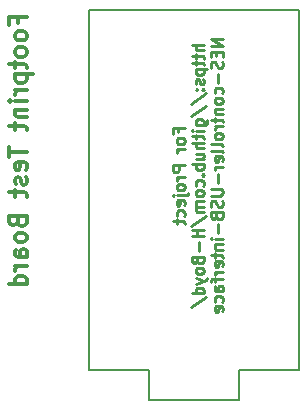
<source format=gbr>
%TF.GenerationSoftware,KiCad,Pcbnew,7.0.6*%
%TF.CreationDate,2023-08-29T00:28:29+01:00*%
%TF.ProjectId,NESInterface,4e455349-6e74-4657-9266-6163652e6b69,rev?*%
%TF.SameCoordinates,Original*%
%TF.FileFunction,Legend,Bot*%
%TF.FilePolarity,Positive*%
%FSLAX46Y46*%
G04 Gerber Fmt 4.6, Leading zero omitted, Abs format (unit mm)*
G04 Created by KiCad (PCBNEW 7.0.6) date 2023-08-29 00:28:29*
%MOMM*%
%LPD*%
G01*
G04 APERTURE LIST*
%ADD10C,0.250000*%
%ADD11C,0.300000*%
%ADD12C,0.150000*%
G04 APERTURE END LIST*
D10*
X93910809Y-103037142D02*
X93910809Y-102703809D01*
X94434619Y-102703809D02*
X93434619Y-102703809D01*
X93434619Y-102703809D02*
X93434619Y-103179999D01*
X94434619Y-103703809D02*
X94387000Y-103608571D01*
X94387000Y-103608571D02*
X94339380Y-103560952D01*
X94339380Y-103560952D02*
X94244142Y-103513333D01*
X94244142Y-103513333D02*
X93958428Y-103513333D01*
X93958428Y-103513333D02*
X93863190Y-103560952D01*
X93863190Y-103560952D02*
X93815571Y-103608571D01*
X93815571Y-103608571D02*
X93767952Y-103703809D01*
X93767952Y-103703809D02*
X93767952Y-103846666D01*
X93767952Y-103846666D02*
X93815571Y-103941904D01*
X93815571Y-103941904D02*
X93863190Y-103989523D01*
X93863190Y-103989523D02*
X93958428Y-104037142D01*
X93958428Y-104037142D02*
X94244142Y-104037142D01*
X94244142Y-104037142D02*
X94339380Y-103989523D01*
X94339380Y-103989523D02*
X94387000Y-103941904D01*
X94387000Y-103941904D02*
X94434619Y-103846666D01*
X94434619Y-103846666D02*
X94434619Y-103703809D01*
X94434619Y-104465714D02*
X93767952Y-104465714D01*
X93958428Y-104465714D02*
X93863190Y-104513333D01*
X93863190Y-104513333D02*
X93815571Y-104560952D01*
X93815571Y-104560952D02*
X93767952Y-104656190D01*
X93767952Y-104656190D02*
X93767952Y-104751428D01*
X94434619Y-105846667D02*
X93434619Y-105846667D01*
X93434619Y-105846667D02*
X93434619Y-106227619D01*
X93434619Y-106227619D02*
X93482238Y-106322857D01*
X93482238Y-106322857D02*
X93529857Y-106370476D01*
X93529857Y-106370476D02*
X93625095Y-106418095D01*
X93625095Y-106418095D02*
X93767952Y-106418095D01*
X93767952Y-106418095D02*
X93863190Y-106370476D01*
X93863190Y-106370476D02*
X93910809Y-106322857D01*
X93910809Y-106322857D02*
X93958428Y-106227619D01*
X93958428Y-106227619D02*
X93958428Y-105846667D01*
X94434619Y-106846667D02*
X93767952Y-106846667D01*
X93958428Y-106846667D02*
X93863190Y-106894286D01*
X93863190Y-106894286D02*
X93815571Y-106941905D01*
X93815571Y-106941905D02*
X93767952Y-107037143D01*
X93767952Y-107037143D02*
X93767952Y-107132381D01*
X94434619Y-107608572D02*
X94387000Y-107513334D01*
X94387000Y-107513334D02*
X94339380Y-107465715D01*
X94339380Y-107465715D02*
X94244142Y-107418096D01*
X94244142Y-107418096D02*
X93958428Y-107418096D01*
X93958428Y-107418096D02*
X93863190Y-107465715D01*
X93863190Y-107465715D02*
X93815571Y-107513334D01*
X93815571Y-107513334D02*
X93767952Y-107608572D01*
X93767952Y-107608572D02*
X93767952Y-107751429D01*
X93767952Y-107751429D02*
X93815571Y-107846667D01*
X93815571Y-107846667D02*
X93863190Y-107894286D01*
X93863190Y-107894286D02*
X93958428Y-107941905D01*
X93958428Y-107941905D02*
X94244142Y-107941905D01*
X94244142Y-107941905D02*
X94339380Y-107894286D01*
X94339380Y-107894286D02*
X94387000Y-107846667D01*
X94387000Y-107846667D02*
X94434619Y-107751429D01*
X94434619Y-107751429D02*
X94434619Y-107608572D01*
X93767952Y-108370477D02*
X94625095Y-108370477D01*
X94625095Y-108370477D02*
X94720333Y-108322858D01*
X94720333Y-108322858D02*
X94767952Y-108227620D01*
X94767952Y-108227620D02*
X94767952Y-108180001D01*
X93434619Y-108370477D02*
X93482238Y-108322858D01*
X93482238Y-108322858D02*
X93529857Y-108370477D01*
X93529857Y-108370477D02*
X93482238Y-108418096D01*
X93482238Y-108418096D02*
X93434619Y-108370477D01*
X93434619Y-108370477D02*
X93529857Y-108370477D01*
X94387000Y-109227619D02*
X94434619Y-109132381D01*
X94434619Y-109132381D02*
X94434619Y-108941905D01*
X94434619Y-108941905D02*
X94387000Y-108846667D01*
X94387000Y-108846667D02*
X94291761Y-108799048D01*
X94291761Y-108799048D02*
X93910809Y-108799048D01*
X93910809Y-108799048D02*
X93815571Y-108846667D01*
X93815571Y-108846667D02*
X93767952Y-108941905D01*
X93767952Y-108941905D02*
X93767952Y-109132381D01*
X93767952Y-109132381D02*
X93815571Y-109227619D01*
X93815571Y-109227619D02*
X93910809Y-109275238D01*
X93910809Y-109275238D02*
X94006047Y-109275238D01*
X94006047Y-109275238D02*
X94101285Y-108799048D01*
X94387000Y-110132381D02*
X94434619Y-110037143D01*
X94434619Y-110037143D02*
X94434619Y-109846667D01*
X94434619Y-109846667D02*
X94387000Y-109751429D01*
X94387000Y-109751429D02*
X94339380Y-109703810D01*
X94339380Y-109703810D02*
X94244142Y-109656191D01*
X94244142Y-109656191D02*
X93958428Y-109656191D01*
X93958428Y-109656191D02*
X93863190Y-109703810D01*
X93863190Y-109703810D02*
X93815571Y-109751429D01*
X93815571Y-109751429D02*
X93767952Y-109846667D01*
X93767952Y-109846667D02*
X93767952Y-110037143D01*
X93767952Y-110037143D02*
X93815571Y-110132381D01*
X93767952Y-110418096D02*
X93767952Y-110799048D01*
X93434619Y-110560953D02*
X94291761Y-110560953D01*
X94291761Y-110560953D02*
X94387000Y-110608572D01*
X94387000Y-110608572D02*
X94434619Y-110703810D01*
X94434619Y-110703810D02*
X94434619Y-110799048D01*
X96044619Y-95656190D02*
X95044619Y-95656190D01*
X96044619Y-96084761D02*
X95520809Y-96084761D01*
X95520809Y-96084761D02*
X95425571Y-96037142D01*
X95425571Y-96037142D02*
X95377952Y-95941904D01*
X95377952Y-95941904D02*
X95377952Y-95799047D01*
X95377952Y-95799047D02*
X95425571Y-95703809D01*
X95425571Y-95703809D02*
X95473190Y-95656190D01*
X95377952Y-96418095D02*
X95377952Y-96799047D01*
X95044619Y-96560952D02*
X95901761Y-96560952D01*
X95901761Y-96560952D02*
X95997000Y-96608571D01*
X95997000Y-96608571D02*
X96044619Y-96703809D01*
X96044619Y-96703809D02*
X96044619Y-96799047D01*
X95377952Y-96989524D02*
X95377952Y-97370476D01*
X95044619Y-97132381D02*
X95901761Y-97132381D01*
X95901761Y-97132381D02*
X95997000Y-97180000D01*
X95997000Y-97180000D02*
X96044619Y-97275238D01*
X96044619Y-97275238D02*
X96044619Y-97370476D01*
X95377952Y-97703810D02*
X96377952Y-97703810D01*
X95425571Y-97703810D02*
X95377952Y-97799048D01*
X95377952Y-97799048D02*
X95377952Y-97989524D01*
X95377952Y-97989524D02*
X95425571Y-98084762D01*
X95425571Y-98084762D02*
X95473190Y-98132381D01*
X95473190Y-98132381D02*
X95568428Y-98180000D01*
X95568428Y-98180000D02*
X95854142Y-98180000D01*
X95854142Y-98180000D02*
X95949380Y-98132381D01*
X95949380Y-98132381D02*
X95997000Y-98084762D01*
X95997000Y-98084762D02*
X96044619Y-97989524D01*
X96044619Y-97989524D02*
X96044619Y-97799048D01*
X96044619Y-97799048D02*
X95997000Y-97703810D01*
X95997000Y-98560953D02*
X96044619Y-98656191D01*
X96044619Y-98656191D02*
X96044619Y-98846667D01*
X96044619Y-98846667D02*
X95997000Y-98941905D01*
X95997000Y-98941905D02*
X95901761Y-98989524D01*
X95901761Y-98989524D02*
X95854142Y-98989524D01*
X95854142Y-98989524D02*
X95758904Y-98941905D01*
X95758904Y-98941905D02*
X95711285Y-98846667D01*
X95711285Y-98846667D02*
X95711285Y-98703810D01*
X95711285Y-98703810D02*
X95663666Y-98608572D01*
X95663666Y-98608572D02*
X95568428Y-98560953D01*
X95568428Y-98560953D02*
X95520809Y-98560953D01*
X95520809Y-98560953D02*
X95425571Y-98608572D01*
X95425571Y-98608572D02*
X95377952Y-98703810D01*
X95377952Y-98703810D02*
X95377952Y-98846667D01*
X95377952Y-98846667D02*
X95425571Y-98941905D01*
X95949380Y-99418096D02*
X95997000Y-99465715D01*
X95997000Y-99465715D02*
X96044619Y-99418096D01*
X96044619Y-99418096D02*
X95997000Y-99370477D01*
X95997000Y-99370477D02*
X95949380Y-99418096D01*
X95949380Y-99418096D02*
X96044619Y-99418096D01*
X95425571Y-99418096D02*
X95473190Y-99465715D01*
X95473190Y-99465715D02*
X95520809Y-99418096D01*
X95520809Y-99418096D02*
X95473190Y-99370477D01*
X95473190Y-99370477D02*
X95425571Y-99418096D01*
X95425571Y-99418096D02*
X95520809Y-99418096D01*
X94997000Y-100608571D02*
X96282714Y-99751429D01*
X94997000Y-101656190D02*
X96282714Y-100799048D01*
X95377952Y-102418095D02*
X96187476Y-102418095D01*
X96187476Y-102418095D02*
X96282714Y-102370476D01*
X96282714Y-102370476D02*
X96330333Y-102322857D01*
X96330333Y-102322857D02*
X96377952Y-102227619D01*
X96377952Y-102227619D02*
X96377952Y-102084762D01*
X96377952Y-102084762D02*
X96330333Y-101989524D01*
X95997000Y-102418095D02*
X96044619Y-102322857D01*
X96044619Y-102322857D02*
X96044619Y-102132381D01*
X96044619Y-102132381D02*
X95997000Y-102037143D01*
X95997000Y-102037143D02*
X95949380Y-101989524D01*
X95949380Y-101989524D02*
X95854142Y-101941905D01*
X95854142Y-101941905D02*
X95568428Y-101941905D01*
X95568428Y-101941905D02*
X95473190Y-101989524D01*
X95473190Y-101989524D02*
X95425571Y-102037143D01*
X95425571Y-102037143D02*
X95377952Y-102132381D01*
X95377952Y-102132381D02*
X95377952Y-102322857D01*
X95377952Y-102322857D02*
X95425571Y-102418095D01*
X96044619Y-102894286D02*
X95377952Y-102894286D01*
X95044619Y-102894286D02*
X95092238Y-102846667D01*
X95092238Y-102846667D02*
X95139857Y-102894286D01*
X95139857Y-102894286D02*
X95092238Y-102941905D01*
X95092238Y-102941905D02*
X95044619Y-102894286D01*
X95044619Y-102894286D02*
X95139857Y-102894286D01*
X95377952Y-103227619D02*
X95377952Y-103608571D01*
X95044619Y-103370476D02*
X95901761Y-103370476D01*
X95901761Y-103370476D02*
X95997000Y-103418095D01*
X95997000Y-103418095D02*
X96044619Y-103513333D01*
X96044619Y-103513333D02*
X96044619Y-103608571D01*
X96044619Y-103941905D02*
X95044619Y-103941905D01*
X96044619Y-104370476D02*
X95520809Y-104370476D01*
X95520809Y-104370476D02*
X95425571Y-104322857D01*
X95425571Y-104322857D02*
X95377952Y-104227619D01*
X95377952Y-104227619D02*
X95377952Y-104084762D01*
X95377952Y-104084762D02*
X95425571Y-103989524D01*
X95425571Y-103989524D02*
X95473190Y-103941905D01*
X95377952Y-105275238D02*
X96044619Y-105275238D01*
X95377952Y-104846667D02*
X95901761Y-104846667D01*
X95901761Y-104846667D02*
X95997000Y-104894286D01*
X95997000Y-104894286D02*
X96044619Y-104989524D01*
X96044619Y-104989524D02*
X96044619Y-105132381D01*
X96044619Y-105132381D02*
X95997000Y-105227619D01*
X95997000Y-105227619D02*
X95949380Y-105275238D01*
X96044619Y-105751429D02*
X95044619Y-105751429D01*
X95425571Y-105751429D02*
X95377952Y-105846667D01*
X95377952Y-105846667D02*
X95377952Y-106037143D01*
X95377952Y-106037143D02*
X95425571Y-106132381D01*
X95425571Y-106132381D02*
X95473190Y-106180000D01*
X95473190Y-106180000D02*
X95568428Y-106227619D01*
X95568428Y-106227619D02*
X95854142Y-106227619D01*
X95854142Y-106227619D02*
X95949380Y-106180000D01*
X95949380Y-106180000D02*
X95997000Y-106132381D01*
X95997000Y-106132381D02*
X96044619Y-106037143D01*
X96044619Y-106037143D02*
X96044619Y-105846667D01*
X96044619Y-105846667D02*
X95997000Y-105751429D01*
X95949380Y-106656191D02*
X95997000Y-106703810D01*
X95997000Y-106703810D02*
X96044619Y-106656191D01*
X96044619Y-106656191D02*
X95997000Y-106608572D01*
X95997000Y-106608572D02*
X95949380Y-106656191D01*
X95949380Y-106656191D02*
X96044619Y-106656191D01*
X95997000Y-107560952D02*
X96044619Y-107465714D01*
X96044619Y-107465714D02*
X96044619Y-107275238D01*
X96044619Y-107275238D02*
X95997000Y-107180000D01*
X95997000Y-107180000D02*
X95949380Y-107132381D01*
X95949380Y-107132381D02*
X95854142Y-107084762D01*
X95854142Y-107084762D02*
X95568428Y-107084762D01*
X95568428Y-107084762D02*
X95473190Y-107132381D01*
X95473190Y-107132381D02*
X95425571Y-107180000D01*
X95425571Y-107180000D02*
X95377952Y-107275238D01*
X95377952Y-107275238D02*
X95377952Y-107465714D01*
X95377952Y-107465714D02*
X95425571Y-107560952D01*
X96044619Y-108132381D02*
X95997000Y-108037143D01*
X95997000Y-108037143D02*
X95949380Y-107989524D01*
X95949380Y-107989524D02*
X95854142Y-107941905D01*
X95854142Y-107941905D02*
X95568428Y-107941905D01*
X95568428Y-107941905D02*
X95473190Y-107989524D01*
X95473190Y-107989524D02*
X95425571Y-108037143D01*
X95425571Y-108037143D02*
X95377952Y-108132381D01*
X95377952Y-108132381D02*
X95377952Y-108275238D01*
X95377952Y-108275238D02*
X95425571Y-108370476D01*
X95425571Y-108370476D02*
X95473190Y-108418095D01*
X95473190Y-108418095D02*
X95568428Y-108465714D01*
X95568428Y-108465714D02*
X95854142Y-108465714D01*
X95854142Y-108465714D02*
X95949380Y-108418095D01*
X95949380Y-108418095D02*
X95997000Y-108370476D01*
X95997000Y-108370476D02*
X96044619Y-108275238D01*
X96044619Y-108275238D02*
X96044619Y-108132381D01*
X96044619Y-108894286D02*
X95377952Y-108894286D01*
X95473190Y-108894286D02*
X95425571Y-108941905D01*
X95425571Y-108941905D02*
X95377952Y-109037143D01*
X95377952Y-109037143D02*
X95377952Y-109180000D01*
X95377952Y-109180000D02*
X95425571Y-109275238D01*
X95425571Y-109275238D02*
X95520809Y-109322857D01*
X95520809Y-109322857D02*
X96044619Y-109322857D01*
X95520809Y-109322857D02*
X95425571Y-109370476D01*
X95425571Y-109370476D02*
X95377952Y-109465714D01*
X95377952Y-109465714D02*
X95377952Y-109608571D01*
X95377952Y-109608571D02*
X95425571Y-109703810D01*
X95425571Y-109703810D02*
X95520809Y-109751429D01*
X95520809Y-109751429D02*
X96044619Y-109751429D01*
X94997000Y-110941904D02*
X96282714Y-110084762D01*
X96044619Y-111275238D02*
X95044619Y-111275238D01*
X95520809Y-111275238D02*
X95520809Y-111846666D01*
X96044619Y-111846666D02*
X95044619Y-111846666D01*
X95663666Y-112322857D02*
X95663666Y-113084762D01*
X95520809Y-113894285D02*
X95568428Y-114037142D01*
X95568428Y-114037142D02*
X95616047Y-114084761D01*
X95616047Y-114084761D02*
X95711285Y-114132380D01*
X95711285Y-114132380D02*
X95854142Y-114132380D01*
X95854142Y-114132380D02*
X95949380Y-114084761D01*
X95949380Y-114084761D02*
X95997000Y-114037142D01*
X95997000Y-114037142D02*
X96044619Y-113941904D01*
X96044619Y-113941904D02*
X96044619Y-113560952D01*
X96044619Y-113560952D02*
X95044619Y-113560952D01*
X95044619Y-113560952D02*
X95044619Y-113894285D01*
X95044619Y-113894285D02*
X95092238Y-113989523D01*
X95092238Y-113989523D02*
X95139857Y-114037142D01*
X95139857Y-114037142D02*
X95235095Y-114084761D01*
X95235095Y-114084761D02*
X95330333Y-114084761D01*
X95330333Y-114084761D02*
X95425571Y-114037142D01*
X95425571Y-114037142D02*
X95473190Y-113989523D01*
X95473190Y-113989523D02*
X95520809Y-113894285D01*
X95520809Y-113894285D02*
X95520809Y-113560952D01*
X96044619Y-114703809D02*
X95997000Y-114608571D01*
X95997000Y-114608571D02*
X95949380Y-114560952D01*
X95949380Y-114560952D02*
X95854142Y-114513333D01*
X95854142Y-114513333D02*
X95568428Y-114513333D01*
X95568428Y-114513333D02*
X95473190Y-114560952D01*
X95473190Y-114560952D02*
X95425571Y-114608571D01*
X95425571Y-114608571D02*
X95377952Y-114703809D01*
X95377952Y-114703809D02*
X95377952Y-114846666D01*
X95377952Y-114846666D02*
X95425571Y-114941904D01*
X95425571Y-114941904D02*
X95473190Y-114989523D01*
X95473190Y-114989523D02*
X95568428Y-115037142D01*
X95568428Y-115037142D02*
X95854142Y-115037142D01*
X95854142Y-115037142D02*
X95949380Y-114989523D01*
X95949380Y-114989523D02*
X95997000Y-114941904D01*
X95997000Y-114941904D02*
X96044619Y-114846666D01*
X96044619Y-114846666D02*
X96044619Y-114703809D01*
X95377952Y-115370476D02*
X96044619Y-115608571D01*
X95377952Y-115846666D02*
X96044619Y-115608571D01*
X96044619Y-115608571D02*
X96282714Y-115513333D01*
X96282714Y-115513333D02*
X96330333Y-115465714D01*
X96330333Y-115465714D02*
X96377952Y-115370476D01*
X96044619Y-116656190D02*
X95044619Y-116656190D01*
X95997000Y-116656190D02*
X96044619Y-116560952D01*
X96044619Y-116560952D02*
X96044619Y-116370476D01*
X96044619Y-116370476D02*
X95997000Y-116275238D01*
X95997000Y-116275238D02*
X95949380Y-116227619D01*
X95949380Y-116227619D02*
X95854142Y-116180000D01*
X95854142Y-116180000D02*
X95568428Y-116180000D01*
X95568428Y-116180000D02*
X95473190Y-116227619D01*
X95473190Y-116227619D02*
X95425571Y-116275238D01*
X95425571Y-116275238D02*
X95377952Y-116370476D01*
X95377952Y-116370476D02*
X95377952Y-116560952D01*
X95377952Y-116560952D02*
X95425571Y-116656190D01*
X94997000Y-117846666D02*
X96282714Y-116989524D01*
X97654619Y-95156189D02*
X96654619Y-95156189D01*
X96654619Y-95156189D02*
X97654619Y-95727617D01*
X97654619Y-95727617D02*
X96654619Y-95727617D01*
X97130809Y-96203808D02*
X97130809Y-96537141D01*
X97654619Y-96679998D02*
X97654619Y-96203808D01*
X97654619Y-96203808D02*
X96654619Y-96203808D01*
X96654619Y-96203808D02*
X96654619Y-96679998D01*
X97607000Y-97060951D02*
X97654619Y-97203808D01*
X97654619Y-97203808D02*
X97654619Y-97441903D01*
X97654619Y-97441903D02*
X97607000Y-97537141D01*
X97607000Y-97537141D02*
X97559380Y-97584760D01*
X97559380Y-97584760D02*
X97464142Y-97632379D01*
X97464142Y-97632379D02*
X97368904Y-97632379D01*
X97368904Y-97632379D02*
X97273666Y-97584760D01*
X97273666Y-97584760D02*
X97226047Y-97537141D01*
X97226047Y-97537141D02*
X97178428Y-97441903D01*
X97178428Y-97441903D02*
X97130809Y-97251427D01*
X97130809Y-97251427D02*
X97083190Y-97156189D01*
X97083190Y-97156189D02*
X97035571Y-97108570D01*
X97035571Y-97108570D02*
X96940333Y-97060951D01*
X96940333Y-97060951D02*
X96845095Y-97060951D01*
X96845095Y-97060951D02*
X96749857Y-97108570D01*
X96749857Y-97108570D02*
X96702238Y-97156189D01*
X96702238Y-97156189D02*
X96654619Y-97251427D01*
X96654619Y-97251427D02*
X96654619Y-97489522D01*
X96654619Y-97489522D02*
X96702238Y-97632379D01*
X97273666Y-98060951D02*
X97273666Y-98822856D01*
X97607000Y-99727617D02*
X97654619Y-99632379D01*
X97654619Y-99632379D02*
X97654619Y-99441903D01*
X97654619Y-99441903D02*
X97607000Y-99346665D01*
X97607000Y-99346665D02*
X97559380Y-99299046D01*
X97559380Y-99299046D02*
X97464142Y-99251427D01*
X97464142Y-99251427D02*
X97178428Y-99251427D01*
X97178428Y-99251427D02*
X97083190Y-99299046D01*
X97083190Y-99299046D02*
X97035571Y-99346665D01*
X97035571Y-99346665D02*
X96987952Y-99441903D01*
X96987952Y-99441903D02*
X96987952Y-99632379D01*
X96987952Y-99632379D02*
X97035571Y-99727617D01*
X97654619Y-100299046D02*
X97607000Y-100203808D01*
X97607000Y-100203808D02*
X97559380Y-100156189D01*
X97559380Y-100156189D02*
X97464142Y-100108570D01*
X97464142Y-100108570D02*
X97178428Y-100108570D01*
X97178428Y-100108570D02*
X97083190Y-100156189D01*
X97083190Y-100156189D02*
X97035571Y-100203808D01*
X97035571Y-100203808D02*
X96987952Y-100299046D01*
X96987952Y-100299046D02*
X96987952Y-100441903D01*
X96987952Y-100441903D02*
X97035571Y-100537141D01*
X97035571Y-100537141D02*
X97083190Y-100584760D01*
X97083190Y-100584760D02*
X97178428Y-100632379D01*
X97178428Y-100632379D02*
X97464142Y-100632379D01*
X97464142Y-100632379D02*
X97559380Y-100584760D01*
X97559380Y-100584760D02*
X97607000Y-100537141D01*
X97607000Y-100537141D02*
X97654619Y-100441903D01*
X97654619Y-100441903D02*
X97654619Y-100299046D01*
X96987952Y-101060951D02*
X97654619Y-101060951D01*
X97083190Y-101060951D02*
X97035571Y-101108570D01*
X97035571Y-101108570D02*
X96987952Y-101203808D01*
X96987952Y-101203808D02*
X96987952Y-101346665D01*
X96987952Y-101346665D02*
X97035571Y-101441903D01*
X97035571Y-101441903D02*
X97130809Y-101489522D01*
X97130809Y-101489522D02*
X97654619Y-101489522D01*
X96987952Y-101822856D02*
X96987952Y-102203808D01*
X96654619Y-101965713D02*
X97511761Y-101965713D01*
X97511761Y-101965713D02*
X97607000Y-102013332D01*
X97607000Y-102013332D02*
X97654619Y-102108570D01*
X97654619Y-102108570D02*
X97654619Y-102203808D01*
X97654619Y-102537142D02*
X96987952Y-102537142D01*
X97178428Y-102537142D02*
X97083190Y-102584761D01*
X97083190Y-102584761D02*
X97035571Y-102632380D01*
X97035571Y-102632380D02*
X96987952Y-102727618D01*
X96987952Y-102727618D02*
X96987952Y-102822856D01*
X97654619Y-103299047D02*
X97607000Y-103203809D01*
X97607000Y-103203809D02*
X97559380Y-103156190D01*
X97559380Y-103156190D02*
X97464142Y-103108571D01*
X97464142Y-103108571D02*
X97178428Y-103108571D01*
X97178428Y-103108571D02*
X97083190Y-103156190D01*
X97083190Y-103156190D02*
X97035571Y-103203809D01*
X97035571Y-103203809D02*
X96987952Y-103299047D01*
X96987952Y-103299047D02*
X96987952Y-103441904D01*
X96987952Y-103441904D02*
X97035571Y-103537142D01*
X97035571Y-103537142D02*
X97083190Y-103584761D01*
X97083190Y-103584761D02*
X97178428Y-103632380D01*
X97178428Y-103632380D02*
X97464142Y-103632380D01*
X97464142Y-103632380D02*
X97559380Y-103584761D01*
X97559380Y-103584761D02*
X97607000Y-103537142D01*
X97607000Y-103537142D02*
X97654619Y-103441904D01*
X97654619Y-103441904D02*
X97654619Y-103299047D01*
X97654619Y-104203809D02*
X97607000Y-104108571D01*
X97607000Y-104108571D02*
X97511761Y-104060952D01*
X97511761Y-104060952D02*
X96654619Y-104060952D01*
X97654619Y-104727619D02*
X97607000Y-104632381D01*
X97607000Y-104632381D02*
X97511761Y-104584762D01*
X97511761Y-104584762D02*
X96654619Y-104584762D01*
X97607000Y-105489524D02*
X97654619Y-105394286D01*
X97654619Y-105394286D02*
X97654619Y-105203810D01*
X97654619Y-105203810D02*
X97607000Y-105108572D01*
X97607000Y-105108572D02*
X97511761Y-105060953D01*
X97511761Y-105060953D02*
X97130809Y-105060953D01*
X97130809Y-105060953D02*
X97035571Y-105108572D01*
X97035571Y-105108572D02*
X96987952Y-105203810D01*
X96987952Y-105203810D02*
X96987952Y-105394286D01*
X96987952Y-105394286D02*
X97035571Y-105489524D01*
X97035571Y-105489524D02*
X97130809Y-105537143D01*
X97130809Y-105537143D02*
X97226047Y-105537143D01*
X97226047Y-105537143D02*
X97321285Y-105060953D01*
X97654619Y-105965715D02*
X96987952Y-105965715D01*
X97178428Y-105965715D02*
X97083190Y-106013334D01*
X97083190Y-106013334D02*
X97035571Y-106060953D01*
X97035571Y-106060953D02*
X96987952Y-106156191D01*
X96987952Y-106156191D02*
X96987952Y-106251429D01*
X97273666Y-106584763D02*
X97273666Y-107346668D01*
X96654619Y-107822858D02*
X97464142Y-107822858D01*
X97464142Y-107822858D02*
X97559380Y-107870477D01*
X97559380Y-107870477D02*
X97607000Y-107918096D01*
X97607000Y-107918096D02*
X97654619Y-108013334D01*
X97654619Y-108013334D02*
X97654619Y-108203810D01*
X97654619Y-108203810D02*
X97607000Y-108299048D01*
X97607000Y-108299048D02*
X97559380Y-108346667D01*
X97559380Y-108346667D02*
X97464142Y-108394286D01*
X97464142Y-108394286D02*
X96654619Y-108394286D01*
X97607000Y-108822858D02*
X97654619Y-108965715D01*
X97654619Y-108965715D02*
X97654619Y-109203810D01*
X97654619Y-109203810D02*
X97607000Y-109299048D01*
X97607000Y-109299048D02*
X97559380Y-109346667D01*
X97559380Y-109346667D02*
X97464142Y-109394286D01*
X97464142Y-109394286D02*
X97368904Y-109394286D01*
X97368904Y-109394286D02*
X97273666Y-109346667D01*
X97273666Y-109346667D02*
X97226047Y-109299048D01*
X97226047Y-109299048D02*
X97178428Y-109203810D01*
X97178428Y-109203810D02*
X97130809Y-109013334D01*
X97130809Y-109013334D02*
X97083190Y-108918096D01*
X97083190Y-108918096D02*
X97035571Y-108870477D01*
X97035571Y-108870477D02*
X96940333Y-108822858D01*
X96940333Y-108822858D02*
X96845095Y-108822858D01*
X96845095Y-108822858D02*
X96749857Y-108870477D01*
X96749857Y-108870477D02*
X96702238Y-108918096D01*
X96702238Y-108918096D02*
X96654619Y-109013334D01*
X96654619Y-109013334D02*
X96654619Y-109251429D01*
X96654619Y-109251429D02*
X96702238Y-109394286D01*
X97130809Y-110156191D02*
X97178428Y-110299048D01*
X97178428Y-110299048D02*
X97226047Y-110346667D01*
X97226047Y-110346667D02*
X97321285Y-110394286D01*
X97321285Y-110394286D02*
X97464142Y-110394286D01*
X97464142Y-110394286D02*
X97559380Y-110346667D01*
X97559380Y-110346667D02*
X97607000Y-110299048D01*
X97607000Y-110299048D02*
X97654619Y-110203810D01*
X97654619Y-110203810D02*
X97654619Y-109822858D01*
X97654619Y-109822858D02*
X96654619Y-109822858D01*
X96654619Y-109822858D02*
X96654619Y-110156191D01*
X96654619Y-110156191D02*
X96702238Y-110251429D01*
X96702238Y-110251429D02*
X96749857Y-110299048D01*
X96749857Y-110299048D02*
X96845095Y-110346667D01*
X96845095Y-110346667D02*
X96940333Y-110346667D01*
X96940333Y-110346667D02*
X97035571Y-110299048D01*
X97035571Y-110299048D02*
X97083190Y-110251429D01*
X97083190Y-110251429D02*
X97130809Y-110156191D01*
X97130809Y-110156191D02*
X97130809Y-109822858D01*
X97273666Y-110822858D02*
X97273666Y-111584763D01*
X97654619Y-112060953D02*
X96987952Y-112060953D01*
X96654619Y-112060953D02*
X96702238Y-112013334D01*
X96702238Y-112013334D02*
X96749857Y-112060953D01*
X96749857Y-112060953D02*
X96702238Y-112108572D01*
X96702238Y-112108572D02*
X96654619Y-112060953D01*
X96654619Y-112060953D02*
X96749857Y-112060953D01*
X96987952Y-112537143D02*
X97654619Y-112537143D01*
X97083190Y-112537143D02*
X97035571Y-112584762D01*
X97035571Y-112584762D02*
X96987952Y-112680000D01*
X96987952Y-112680000D02*
X96987952Y-112822857D01*
X96987952Y-112822857D02*
X97035571Y-112918095D01*
X97035571Y-112918095D02*
X97130809Y-112965714D01*
X97130809Y-112965714D02*
X97654619Y-112965714D01*
X96987952Y-113299048D02*
X96987952Y-113680000D01*
X96654619Y-113441905D02*
X97511761Y-113441905D01*
X97511761Y-113441905D02*
X97607000Y-113489524D01*
X97607000Y-113489524D02*
X97654619Y-113584762D01*
X97654619Y-113584762D02*
X97654619Y-113680000D01*
X97607000Y-114394286D02*
X97654619Y-114299048D01*
X97654619Y-114299048D02*
X97654619Y-114108572D01*
X97654619Y-114108572D02*
X97607000Y-114013334D01*
X97607000Y-114013334D02*
X97511761Y-113965715D01*
X97511761Y-113965715D02*
X97130809Y-113965715D01*
X97130809Y-113965715D02*
X97035571Y-114013334D01*
X97035571Y-114013334D02*
X96987952Y-114108572D01*
X96987952Y-114108572D02*
X96987952Y-114299048D01*
X96987952Y-114299048D02*
X97035571Y-114394286D01*
X97035571Y-114394286D02*
X97130809Y-114441905D01*
X97130809Y-114441905D02*
X97226047Y-114441905D01*
X97226047Y-114441905D02*
X97321285Y-113965715D01*
X97654619Y-114870477D02*
X96987952Y-114870477D01*
X97178428Y-114870477D02*
X97083190Y-114918096D01*
X97083190Y-114918096D02*
X97035571Y-114965715D01*
X97035571Y-114965715D02*
X96987952Y-115060953D01*
X96987952Y-115060953D02*
X96987952Y-115156191D01*
X96987952Y-115346668D02*
X96987952Y-115727620D01*
X97654619Y-115489525D02*
X96797476Y-115489525D01*
X96797476Y-115489525D02*
X96702238Y-115537144D01*
X96702238Y-115537144D02*
X96654619Y-115632382D01*
X96654619Y-115632382D02*
X96654619Y-115727620D01*
X97654619Y-116489525D02*
X97130809Y-116489525D01*
X97130809Y-116489525D02*
X97035571Y-116441906D01*
X97035571Y-116441906D02*
X96987952Y-116346668D01*
X96987952Y-116346668D02*
X96987952Y-116156192D01*
X96987952Y-116156192D02*
X97035571Y-116060954D01*
X97607000Y-116489525D02*
X97654619Y-116394287D01*
X97654619Y-116394287D02*
X97654619Y-116156192D01*
X97654619Y-116156192D02*
X97607000Y-116060954D01*
X97607000Y-116060954D02*
X97511761Y-116013335D01*
X97511761Y-116013335D02*
X97416523Y-116013335D01*
X97416523Y-116013335D02*
X97321285Y-116060954D01*
X97321285Y-116060954D02*
X97273666Y-116156192D01*
X97273666Y-116156192D02*
X97273666Y-116394287D01*
X97273666Y-116394287D02*
X97226047Y-116489525D01*
X97607000Y-117394287D02*
X97654619Y-117299049D01*
X97654619Y-117299049D02*
X97654619Y-117108573D01*
X97654619Y-117108573D02*
X97607000Y-117013335D01*
X97607000Y-117013335D02*
X97559380Y-116965716D01*
X97559380Y-116965716D02*
X97464142Y-116918097D01*
X97464142Y-116918097D02*
X97178428Y-116918097D01*
X97178428Y-116918097D02*
X97083190Y-116965716D01*
X97083190Y-116965716D02*
X97035571Y-117013335D01*
X97035571Y-117013335D02*
X96987952Y-117108573D01*
X96987952Y-117108573D02*
X96987952Y-117299049D01*
X96987952Y-117299049D02*
X97035571Y-117394287D01*
X97607000Y-118203811D02*
X97654619Y-118108573D01*
X97654619Y-118108573D02*
X97654619Y-117918097D01*
X97654619Y-117918097D02*
X97607000Y-117822859D01*
X97607000Y-117822859D02*
X97511761Y-117775240D01*
X97511761Y-117775240D02*
X97130809Y-117775240D01*
X97130809Y-117775240D02*
X97035571Y-117822859D01*
X97035571Y-117822859D02*
X96987952Y-117918097D01*
X96987952Y-117918097D02*
X96987952Y-118108573D01*
X96987952Y-118108573D02*
X97035571Y-118203811D01*
X97035571Y-118203811D02*
X97130809Y-118251430D01*
X97130809Y-118251430D02*
X97226047Y-118251430D01*
X97226047Y-118251430D02*
X97321285Y-117775240D01*
D11*
X80295114Y-93764510D02*
X80295114Y-93264510D01*
X81080828Y-93264510D02*
X79580828Y-93264510D01*
X79580828Y-93264510D02*
X79580828Y-93978796D01*
X81080828Y-94764510D02*
X81009400Y-94621653D01*
X81009400Y-94621653D02*
X80937971Y-94550224D01*
X80937971Y-94550224D02*
X80795114Y-94478796D01*
X80795114Y-94478796D02*
X80366542Y-94478796D01*
X80366542Y-94478796D02*
X80223685Y-94550224D01*
X80223685Y-94550224D02*
X80152257Y-94621653D01*
X80152257Y-94621653D02*
X80080828Y-94764510D01*
X80080828Y-94764510D02*
X80080828Y-94978796D01*
X80080828Y-94978796D02*
X80152257Y-95121653D01*
X80152257Y-95121653D02*
X80223685Y-95193082D01*
X80223685Y-95193082D02*
X80366542Y-95264510D01*
X80366542Y-95264510D02*
X80795114Y-95264510D01*
X80795114Y-95264510D02*
X80937971Y-95193082D01*
X80937971Y-95193082D02*
X81009400Y-95121653D01*
X81009400Y-95121653D02*
X81080828Y-94978796D01*
X81080828Y-94978796D02*
X81080828Y-94764510D01*
X81080828Y-96121653D02*
X81009400Y-95978796D01*
X81009400Y-95978796D02*
X80937971Y-95907367D01*
X80937971Y-95907367D02*
X80795114Y-95835939D01*
X80795114Y-95835939D02*
X80366542Y-95835939D01*
X80366542Y-95835939D02*
X80223685Y-95907367D01*
X80223685Y-95907367D02*
X80152257Y-95978796D01*
X80152257Y-95978796D02*
X80080828Y-96121653D01*
X80080828Y-96121653D02*
X80080828Y-96335939D01*
X80080828Y-96335939D02*
X80152257Y-96478796D01*
X80152257Y-96478796D02*
X80223685Y-96550225D01*
X80223685Y-96550225D02*
X80366542Y-96621653D01*
X80366542Y-96621653D02*
X80795114Y-96621653D01*
X80795114Y-96621653D02*
X80937971Y-96550225D01*
X80937971Y-96550225D02*
X81009400Y-96478796D01*
X81009400Y-96478796D02*
X81080828Y-96335939D01*
X81080828Y-96335939D02*
X81080828Y-96121653D01*
X80080828Y-97050225D02*
X80080828Y-97621653D01*
X79580828Y-97264510D02*
X80866542Y-97264510D01*
X80866542Y-97264510D02*
X81009400Y-97335939D01*
X81009400Y-97335939D02*
X81080828Y-97478796D01*
X81080828Y-97478796D02*
X81080828Y-97621653D01*
X80080828Y-98121653D02*
X81580828Y-98121653D01*
X80152257Y-98121653D02*
X80080828Y-98264511D01*
X80080828Y-98264511D02*
X80080828Y-98550225D01*
X80080828Y-98550225D02*
X80152257Y-98693082D01*
X80152257Y-98693082D02*
X80223685Y-98764511D01*
X80223685Y-98764511D02*
X80366542Y-98835939D01*
X80366542Y-98835939D02*
X80795114Y-98835939D01*
X80795114Y-98835939D02*
X80937971Y-98764511D01*
X80937971Y-98764511D02*
X81009400Y-98693082D01*
X81009400Y-98693082D02*
X81080828Y-98550225D01*
X81080828Y-98550225D02*
X81080828Y-98264511D01*
X81080828Y-98264511D02*
X81009400Y-98121653D01*
X81080828Y-99478796D02*
X80080828Y-99478796D01*
X80366542Y-99478796D02*
X80223685Y-99550225D01*
X80223685Y-99550225D02*
X80152257Y-99621654D01*
X80152257Y-99621654D02*
X80080828Y-99764511D01*
X80080828Y-99764511D02*
X80080828Y-99907368D01*
X81080828Y-100407367D02*
X80080828Y-100407367D01*
X79580828Y-100407367D02*
X79652257Y-100335939D01*
X79652257Y-100335939D02*
X79723685Y-100407367D01*
X79723685Y-100407367D02*
X79652257Y-100478796D01*
X79652257Y-100478796D02*
X79580828Y-100407367D01*
X79580828Y-100407367D02*
X79723685Y-100407367D01*
X80080828Y-101121653D02*
X81080828Y-101121653D01*
X80223685Y-101121653D02*
X80152257Y-101193082D01*
X80152257Y-101193082D02*
X80080828Y-101335939D01*
X80080828Y-101335939D02*
X80080828Y-101550225D01*
X80080828Y-101550225D02*
X80152257Y-101693082D01*
X80152257Y-101693082D02*
X80295114Y-101764511D01*
X80295114Y-101764511D02*
X81080828Y-101764511D01*
X80080828Y-102264511D02*
X80080828Y-102835939D01*
X79580828Y-102478796D02*
X80866542Y-102478796D01*
X80866542Y-102478796D02*
X81009400Y-102550225D01*
X81009400Y-102550225D02*
X81080828Y-102693082D01*
X81080828Y-102693082D02*
X81080828Y-102835939D01*
X79580828Y-104264511D02*
X79580828Y-105121654D01*
X81080828Y-104693082D02*
X79580828Y-104693082D01*
X81009400Y-106193082D02*
X81080828Y-106050225D01*
X81080828Y-106050225D02*
X81080828Y-105764511D01*
X81080828Y-105764511D02*
X81009400Y-105621653D01*
X81009400Y-105621653D02*
X80866542Y-105550225D01*
X80866542Y-105550225D02*
X80295114Y-105550225D01*
X80295114Y-105550225D02*
X80152257Y-105621653D01*
X80152257Y-105621653D02*
X80080828Y-105764511D01*
X80080828Y-105764511D02*
X80080828Y-106050225D01*
X80080828Y-106050225D02*
X80152257Y-106193082D01*
X80152257Y-106193082D02*
X80295114Y-106264511D01*
X80295114Y-106264511D02*
X80437971Y-106264511D01*
X80437971Y-106264511D02*
X80580828Y-105550225D01*
X81009400Y-106835939D02*
X81080828Y-106978796D01*
X81080828Y-106978796D02*
X81080828Y-107264510D01*
X81080828Y-107264510D02*
X81009400Y-107407367D01*
X81009400Y-107407367D02*
X80866542Y-107478796D01*
X80866542Y-107478796D02*
X80795114Y-107478796D01*
X80795114Y-107478796D02*
X80652257Y-107407367D01*
X80652257Y-107407367D02*
X80580828Y-107264510D01*
X80580828Y-107264510D02*
X80580828Y-107050225D01*
X80580828Y-107050225D02*
X80509400Y-106907367D01*
X80509400Y-106907367D02*
X80366542Y-106835939D01*
X80366542Y-106835939D02*
X80295114Y-106835939D01*
X80295114Y-106835939D02*
X80152257Y-106907367D01*
X80152257Y-106907367D02*
X80080828Y-107050225D01*
X80080828Y-107050225D02*
X80080828Y-107264510D01*
X80080828Y-107264510D02*
X80152257Y-107407367D01*
X80080828Y-107907368D02*
X80080828Y-108478796D01*
X79580828Y-108121653D02*
X80866542Y-108121653D01*
X80866542Y-108121653D02*
X81009400Y-108193082D01*
X81009400Y-108193082D02*
X81080828Y-108335939D01*
X81080828Y-108335939D02*
X81080828Y-108478796D01*
X80295114Y-110621653D02*
X80366542Y-110835939D01*
X80366542Y-110835939D02*
X80437971Y-110907368D01*
X80437971Y-110907368D02*
X80580828Y-110978796D01*
X80580828Y-110978796D02*
X80795114Y-110978796D01*
X80795114Y-110978796D02*
X80937971Y-110907368D01*
X80937971Y-110907368D02*
X81009400Y-110835939D01*
X81009400Y-110835939D02*
X81080828Y-110693082D01*
X81080828Y-110693082D02*
X81080828Y-110121653D01*
X81080828Y-110121653D02*
X79580828Y-110121653D01*
X79580828Y-110121653D02*
X79580828Y-110621653D01*
X79580828Y-110621653D02*
X79652257Y-110764511D01*
X79652257Y-110764511D02*
X79723685Y-110835939D01*
X79723685Y-110835939D02*
X79866542Y-110907368D01*
X79866542Y-110907368D02*
X80009400Y-110907368D01*
X80009400Y-110907368D02*
X80152257Y-110835939D01*
X80152257Y-110835939D02*
X80223685Y-110764511D01*
X80223685Y-110764511D02*
X80295114Y-110621653D01*
X80295114Y-110621653D02*
X80295114Y-110121653D01*
X81080828Y-111835939D02*
X81009400Y-111693082D01*
X81009400Y-111693082D02*
X80937971Y-111621653D01*
X80937971Y-111621653D02*
X80795114Y-111550225D01*
X80795114Y-111550225D02*
X80366542Y-111550225D01*
X80366542Y-111550225D02*
X80223685Y-111621653D01*
X80223685Y-111621653D02*
X80152257Y-111693082D01*
X80152257Y-111693082D02*
X80080828Y-111835939D01*
X80080828Y-111835939D02*
X80080828Y-112050225D01*
X80080828Y-112050225D02*
X80152257Y-112193082D01*
X80152257Y-112193082D02*
X80223685Y-112264511D01*
X80223685Y-112264511D02*
X80366542Y-112335939D01*
X80366542Y-112335939D02*
X80795114Y-112335939D01*
X80795114Y-112335939D02*
X80937971Y-112264511D01*
X80937971Y-112264511D02*
X81009400Y-112193082D01*
X81009400Y-112193082D02*
X81080828Y-112050225D01*
X81080828Y-112050225D02*
X81080828Y-111835939D01*
X81080828Y-113621654D02*
X80295114Y-113621654D01*
X80295114Y-113621654D02*
X80152257Y-113550225D01*
X80152257Y-113550225D02*
X80080828Y-113407368D01*
X80080828Y-113407368D02*
X80080828Y-113121654D01*
X80080828Y-113121654D02*
X80152257Y-112978796D01*
X81009400Y-113621654D02*
X81080828Y-113478796D01*
X81080828Y-113478796D02*
X81080828Y-113121654D01*
X81080828Y-113121654D02*
X81009400Y-112978796D01*
X81009400Y-112978796D02*
X80866542Y-112907368D01*
X80866542Y-112907368D02*
X80723685Y-112907368D01*
X80723685Y-112907368D02*
X80580828Y-112978796D01*
X80580828Y-112978796D02*
X80509400Y-113121654D01*
X80509400Y-113121654D02*
X80509400Y-113478796D01*
X80509400Y-113478796D02*
X80437971Y-113621654D01*
X81080828Y-114335939D02*
X80080828Y-114335939D01*
X80366542Y-114335939D02*
X80223685Y-114407368D01*
X80223685Y-114407368D02*
X80152257Y-114478797D01*
X80152257Y-114478797D02*
X80080828Y-114621654D01*
X80080828Y-114621654D02*
X80080828Y-114764511D01*
X81080828Y-115907368D02*
X79580828Y-115907368D01*
X81009400Y-115907368D02*
X81080828Y-115764510D01*
X81080828Y-115764510D02*
X81080828Y-115478796D01*
X81080828Y-115478796D02*
X81009400Y-115335939D01*
X81009400Y-115335939D02*
X80937971Y-115264510D01*
X80937971Y-115264510D02*
X80795114Y-115193082D01*
X80795114Y-115193082D02*
X80366542Y-115193082D01*
X80366542Y-115193082D02*
X80223685Y-115264510D01*
X80223685Y-115264510D02*
X80152257Y-115335939D01*
X80152257Y-115335939D02*
X80080828Y-115478796D01*
X80080828Y-115478796D02*
X80080828Y-115764510D01*
X80080828Y-115764510D02*
X80152257Y-115907368D01*
D12*
%TO.C,U1*%
X86360000Y-123190000D02*
X86360000Y-92710000D01*
X91440000Y-123190000D02*
X86360000Y-123190000D01*
X91440000Y-125730000D02*
X91440000Y-123190000D01*
X99060000Y-125730000D02*
X91440000Y-125730000D01*
X99060000Y-123190000D02*
X99060000Y-125730000D01*
X104140000Y-123190000D02*
X99060000Y-123190000D01*
X104140000Y-92710000D02*
X104140000Y-123190000D01*
X86360000Y-92710000D02*
X104140000Y-92710000D01*
%TD*%
M02*

</source>
